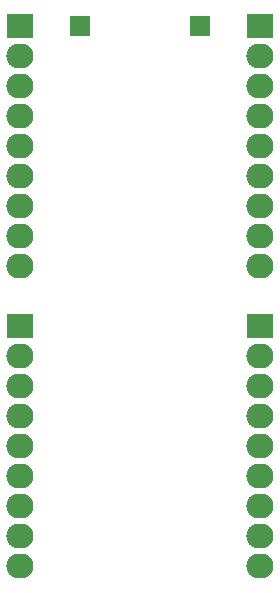
<source format=gbr>
%TF.GenerationSoftware,KiCad,Pcbnew,(5.1.8)-1*%
%TF.CreationDate,2024-06-17T18:48:40+03:00*%
%TF.ProjectId,STACK16,53544143-4b31-4362-9e6b-696361645f70,rev?*%
%TF.SameCoordinates,Original*%
%TF.FileFunction,Soldermask,Bot*%
%TF.FilePolarity,Negative*%
%FSLAX46Y46*%
G04 Gerber Fmt 4.6, Leading zero omitted, Abs format (unit mm)*
G04 Created by KiCad (PCBNEW (5.1.8)-1) date 2024-06-17 18:48:40*
%MOMM*%
%LPD*%
G01*
G04 APERTURE LIST*
%ADD10O,2.300000X2.100000*%
%ADD11R,2.300000X2.100000*%
%ADD12R,1.700000X1.700000*%
G04 APERTURE END LIST*
D10*
%TO.C,J6*%
X71120000Y-73660000D03*
X71120000Y-71120000D03*
X71120000Y-68580000D03*
X71120000Y-66040000D03*
X71120000Y-63500000D03*
X71120000Y-60960000D03*
X71120000Y-58420000D03*
X71120000Y-55880000D03*
D11*
X71120000Y-53340000D03*
%TD*%
D10*
%TO.C,J5*%
X50800000Y-73660000D03*
X50800000Y-71120000D03*
X50800000Y-68580000D03*
X50800000Y-66040000D03*
X50800000Y-63500000D03*
X50800000Y-60960000D03*
X50800000Y-58420000D03*
X50800000Y-55880000D03*
D11*
X50800000Y-53340000D03*
%TD*%
D12*
%TO.C,J4*%
X55880000Y-27940000D03*
%TD*%
%TO.C,J3*%
X66040000Y-27940000D03*
%TD*%
D10*
%TO.C,J1*%
X71120000Y-48260000D03*
X71120000Y-45720000D03*
X71120000Y-43180000D03*
X71120000Y-40640000D03*
X71120000Y-38100000D03*
X71120000Y-35560000D03*
X71120000Y-33020000D03*
X71120000Y-30480000D03*
D11*
X71120000Y-27940000D03*
%TD*%
%TO.C,J2*%
X50800000Y-27940000D03*
D10*
X50800000Y-30480000D03*
X50800000Y-33020000D03*
X50800000Y-35560000D03*
X50800000Y-38100000D03*
X50800000Y-40640000D03*
X50800000Y-43180000D03*
X50800000Y-45720000D03*
X50800000Y-48260000D03*
%TD*%
M02*

</source>
